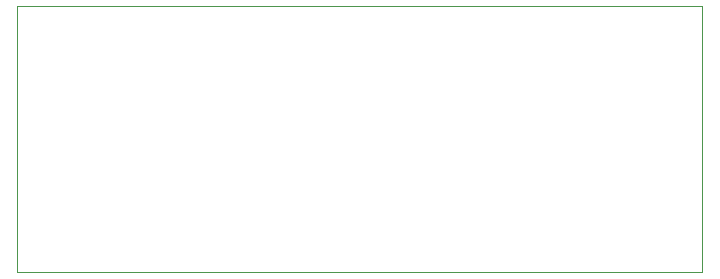
<source format=gbr>
%TF.GenerationSoftware,KiCad,Pcbnew,(6.0.8)*%
%TF.CreationDate,2022-11-19T23:45:32+04:00*%
%TF.ProjectId,MC34063_Buck_Rev3,4d433334-3036-4335-9f42-75636b5f5265,rev?*%
%TF.SameCoordinates,Original*%
%TF.FileFunction,Profile,NP*%
%FSLAX46Y46*%
G04 Gerber Fmt 4.6, Leading zero omitted, Abs format (unit mm)*
G04 Created by KiCad (PCBNEW (6.0.8)) date 2022-11-19 23:45:32*
%MOMM*%
%LPD*%
G01*
G04 APERTURE LIST*
%TA.AperFunction,Profile*%
%ADD10C,0.050000*%
%TD*%
G04 APERTURE END LIST*
D10*
X177000000Y-46500000D02*
X177000000Y-69000000D01*
X177000000Y-69000000D02*
X119000000Y-69000000D01*
X119000000Y-69000000D02*
X119000000Y-46500000D01*
X119000000Y-46500000D02*
X177000000Y-46500000D01*
M02*

</source>
